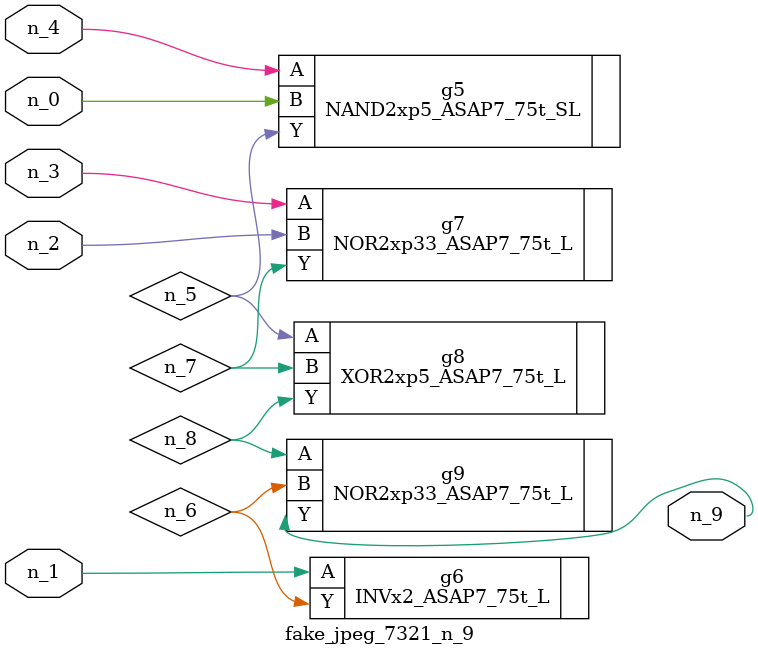
<source format=v>
module fake_jpeg_7321_n_9 (n_3, n_2, n_1, n_0, n_4, n_9);

input n_3;
input n_2;
input n_1;
input n_0;
input n_4;

output n_9;

wire n_8;
wire n_6;
wire n_5;
wire n_7;

NAND2xp5_ASAP7_75t_SL g5 ( 
.A(n_4),
.B(n_0),
.Y(n_5)
);

INVx2_ASAP7_75t_L g6 ( 
.A(n_1),
.Y(n_6)
);

NOR2xp33_ASAP7_75t_L g7 ( 
.A(n_3),
.B(n_2),
.Y(n_7)
);

XOR2xp5_ASAP7_75t_L g8 ( 
.A(n_5),
.B(n_7),
.Y(n_8)
);

NOR2xp33_ASAP7_75t_L g9 ( 
.A(n_8),
.B(n_6),
.Y(n_9)
);


endmodule
</source>
